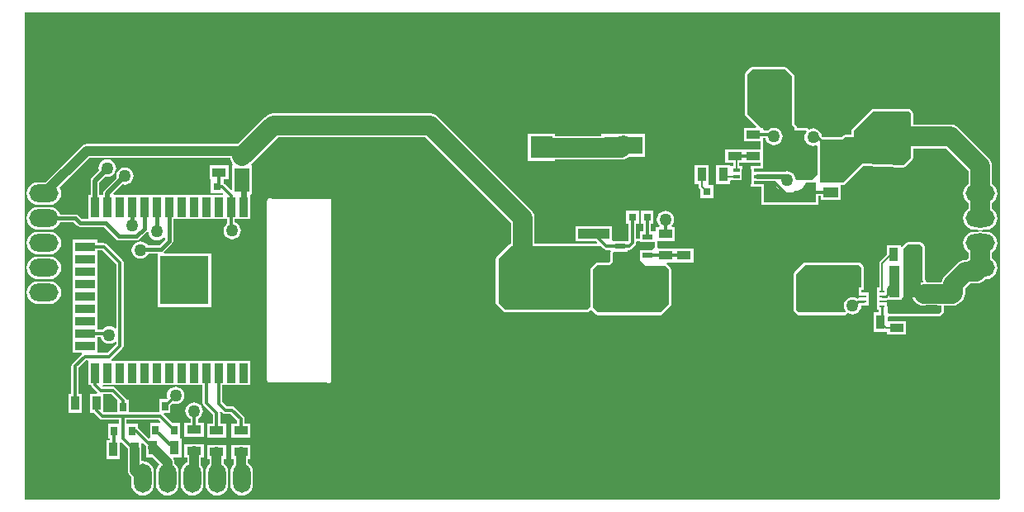
<source format=gtl>
G04*
G04 #@! TF.GenerationSoftware,Altium Limited,Altium Designer,18.0.9 (584)*
G04*
G04 Layer_Physical_Order=1*
G04 Layer_Color=255*
%FSLAX25Y25*%
%MOIN*%
G70*
G01*
G75*
%ADD11C,0.00984*%
%ADD12C,0.00787*%
%ADD16C,0.01000*%
%ADD43R,0.05906X0.04134*%
%ADD44R,0.05906X0.09449*%
%ADD45R,0.05709X0.03543*%
%ADD46R,0.03150X0.03150*%
%ADD47R,0.03937X0.02362*%
%ADD48R,0.12598X0.03937*%
%ADD49R,0.07480X0.16535*%
%ADD50R,0.03150X0.03150*%
%ADD51R,0.05118X0.03543*%
%ADD52R,0.09055X0.09055*%
%ADD53R,0.03543X0.05709*%
%ADD54R,0.02559X0.03740*%
%ADD55R,0.16535X0.07480*%
%ADD56R,0.20866X0.03543*%
%ADD57R,0.03937X0.06299*%
%ADD58R,0.02756X0.01181*%
%ADD59R,0.03937X0.12598*%
%ADD60R,0.03543X0.06299*%
%ADD61R,0.01968X0.01102*%
%ADD62R,0.19685X0.19685*%
%ADD63R,0.07874X0.03543*%
%ADD64R,0.03543X0.07874*%
%ADD65C,0.01378*%
%ADD66C,0.01968*%
%ADD67C,0.07874*%
%ADD68C,0.03937*%
%ADD69C,0.01575*%
%ADD70C,0.02362*%
%ADD71C,0.17717*%
%ADD72R,0.15748X0.07087*%
%ADD73R,0.07087X0.15748*%
%ADD74O,0.07087X0.11811*%
%ADD75O,0.11811X0.07087*%
%ADD76C,0.05000*%
%ADD77C,0.01968*%
G36*
X393701Y394D02*
X393307Y0D01*
X0D01*
Y196850D01*
X393701D01*
Y394D01*
D02*
G37*
%LPC*%
G36*
X241732Y147875D02*
X240499Y147713D01*
X240355Y147653D01*
X232858D01*
Y146875D01*
X214189D01*
Y147850D01*
X203134D01*
Y136795D01*
X214189D01*
Y137345D01*
X240945D01*
X242178Y137507D01*
X243327Y137984D01*
X244088Y138567D01*
X250606D01*
Y147653D01*
X243109D01*
X242966Y147713D01*
X241732Y147875D01*
D02*
G37*
G36*
X276197Y135153D02*
X270654D01*
Y127445D01*
X272221D01*
Y126437D01*
X272221Y126437D01*
X272313Y125976D01*
X272574Y125585D01*
X272901Y125258D01*
Y121812D01*
X278050D01*
Y126961D01*
X276236D01*
X276197Y127445D01*
X276197D01*
Y135153D01*
D02*
G37*
G36*
X10236Y108204D02*
X5512D01*
X4326Y108048D01*
X3221Y107591D01*
X2272Y106862D01*
X1543Y105913D01*
X1085Y104808D01*
X929Y103622D01*
X1085Y102436D01*
X1543Y101331D01*
X2272Y100382D01*
X3221Y99654D01*
X4326Y99196D01*
X5512Y99040D01*
X10236D01*
X11422Y99196D01*
X12528Y99654D01*
X13477Y100382D01*
X14205Y101331D01*
X14663Y102436D01*
X14819Y103622D01*
X14663Y104808D01*
X14205Y105913D01*
X13477Y106862D01*
X12528Y107591D01*
X11422Y108048D01*
X10236Y108204D01*
D02*
G37*
G36*
Y98204D02*
X5512D01*
X4326Y98048D01*
X3221Y97591D01*
X2272Y96862D01*
X1543Y95913D01*
X1085Y94808D01*
X929Y93622D01*
X1085Y92436D01*
X1543Y91331D01*
X2272Y90382D01*
X3221Y89653D01*
X4326Y89196D01*
X5512Y89039D01*
X10236D01*
X11422Y89196D01*
X12528Y89653D01*
X13477Y90382D01*
X14205Y91331D01*
X14663Y92436D01*
X14819Y93622D01*
X14663Y94808D01*
X14205Y95913D01*
X13477Y96862D01*
X12528Y97591D01*
X11422Y98048D01*
X10236Y98204D01*
D02*
G37*
G36*
X307087Y174642D02*
X293701D01*
X293311Y174564D01*
X292980Y174343D01*
X291011Y172374D01*
X290790Y172044D01*
X290713Y171653D01*
Y155905D01*
X290790Y155515D01*
X291011Y155185D01*
X295498Y150698D01*
X295307Y150236D01*
X290431D01*
Y144692D01*
X297012D01*
Y141574D01*
X282921D01*
Y136031D01*
X286197D01*
Y134661D01*
X285024D01*
X284858Y135093D01*
Y135153D01*
X279315D01*
Y127445D01*
X284858D01*
Y128490D01*
X285024Y128921D01*
X289779D01*
Y131480D01*
Y134661D01*
X288606D01*
Y136031D01*
X297012D01*
Y134661D01*
X293291D01*
Y131480D01*
Y128921D01*
Y126362D01*
X297521D01*
Y120194D01*
X297540Y120095D01*
Y119194D01*
X298442D01*
X298540Y119174D01*
X319407D01*
X319505Y119194D01*
X320407D01*
Y120095D01*
X320426Y120194D01*
Y122613D01*
X321474D01*
Y121051D01*
X329380D01*
Y127130D01*
X330512D01*
X330902Y127208D01*
X331233Y127429D01*
X338405Y134600D01*
X354898Y134217D01*
X354909Y134219D01*
X354921Y134217D01*
X355105Y134253D01*
X355289Y134285D01*
X355300Y134292D01*
X355311Y134294D01*
X355467Y134398D01*
X355625Y134499D01*
X355632Y134509D01*
X355642Y134515D01*
X358398Y137271D01*
X358619Y137602D01*
X358697Y137992D01*
Y141888D01*
X371845D01*
X381062Y132672D01*
Y127505D01*
X380224Y126862D01*
X379496Y125913D01*
X379038Y124808D01*
X378882Y123622D01*
X379038Y122436D01*
X379496Y121331D01*
X380224Y120382D01*
X381062Y119739D01*
Y117505D01*
X380224Y116862D01*
X379496Y115913D01*
X379038Y114808D01*
X378882Y113622D01*
X379038Y112436D01*
X379496Y111331D01*
X380224Y110382D01*
X381173Y109653D01*
X382278Y109196D01*
X383465Y109040D01*
X384544D01*
X384593Y109019D01*
X385471Y108904D01*
X385695Y108874D01*
Y108370D01*
X385471Y108340D01*
X384593Y108225D01*
X384544Y108204D01*
X383465D01*
X382278Y108048D01*
X381173Y107591D01*
X380224Y106862D01*
X379496Y105913D01*
X379038Y104808D01*
X378882Y103622D01*
X379038Y102436D01*
X379496Y101331D01*
X380224Y100382D01*
X381062Y99739D01*
Y97505D01*
X380231Y96868D01*
X379952D01*
X378719Y96705D01*
X377569Y96229D01*
X376582Y95472D01*
X371615Y90504D01*
X370858Y89517D01*
X370381Y88368D01*
X370311Y87836D01*
X364265D01*
X364109Y87957D01*
X363878Y88323D01*
X363871Y88356D01*
X363876Y88389D01*
X363833Y88550D01*
X363800Y88713D01*
X363782Y88741D01*
X363773Y88774D01*
X363672Y88906D01*
X363579Y89044D01*
X363421Y89202D01*
Y102165D01*
X363344Y102556D01*
X363123Y102886D01*
X362335Y103674D01*
X362004Y103895D01*
X361614Y103972D01*
X356496D01*
X356106Y103895D01*
X355775Y103674D01*
X354256Y102155D01*
X354027Y102190D01*
X353756Y102334D01*
Y102870D01*
X348213D01*
Y99128D01*
X345408Y96324D01*
X345147Y95933D01*
X345056Y95473D01*
X345056Y95472D01*
Y85606D01*
X344276D01*
Y80555D01*
X344272Y80536D01*
Y79701D01*
X344276Y79681D01*
Y76599D01*
X344947D01*
Y75583D01*
X342793D01*
Y67875D01*
X348137D01*
Y66687D01*
X355846D01*
Y72230D01*
X348336D01*
Y73696D01*
X348836Y74016D01*
X349016Y73980D01*
X369094D01*
X369485Y74058D01*
X369815Y74279D01*
X370997Y75460D01*
X371218Y75791D01*
X371295Y76181D01*
Y78306D01*
X374591D01*
X375824Y78468D01*
X376973Y78944D01*
X377960Y79701D01*
X378354Y80095D01*
X379111Y81082D01*
X379587Y82231D01*
X379749Y83465D01*
Y85161D01*
X381926Y87337D01*
X384307D01*
X385540Y87499D01*
X386690Y87976D01*
X387677Y88733D01*
X387983Y89039D01*
X388189D01*
X389375Y89196D01*
X390480Y89653D01*
X391429Y90382D01*
X392158Y91331D01*
X392615Y92436D01*
X392772Y93622D01*
X392615Y94808D01*
X392158Y95913D01*
X391429Y96862D01*
X390592Y97505D01*
Y99739D01*
X391429Y100382D01*
X392158Y101331D01*
X392615Y102436D01*
X392772Y103622D01*
X392615Y104808D01*
X392158Y105913D01*
X391429Y106862D01*
X390480Y107591D01*
X389375Y108048D01*
X388189Y108204D01*
X387109D01*
X387060Y108225D01*
X386183Y108340D01*
X385959Y108370D01*
Y108874D01*
X386183Y108904D01*
X387060Y109019D01*
X387109Y109040D01*
X388189D01*
X389375Y109196D01*
X390480Y109653D01*
X391429Y110382D01*
X392158Y111331D01*
X392615Y112436D01*
X392772Y113622D01*
X392615Y114808D01*
X392158Y115913D01*
X391429Y116862D01*
X390592Y117505D01*
Y119739D01*
X391429Y120382D01*
X392158Y121331D01*
X392615Y122436D01*
X392772Y123622D01*
X392615Y124808D01*
X392158Y125913D01*
X391429Y126862D01*
X390592Y127505D01*
Y134646D01*
X390430Y135879D01*
X389953Y137028D01*
X389196Y138015D01*
X377188Y150023D01*
X376202Y150780D01*
X375052Y151256D01*
X373819Y151419D01*
X358697D01*
Y156102D01*
X358619Y156492D01*
X358398Y156823D01*
X357611Y157611D01*
X357280Y157832D01*
X356890Y157909D01*
X342717D01*
X342326Y157832D01*
X341996Y157611D01*
X334122Y149737D01*
X333901Y149406D01*
X333823Y149016D01*
Y147279D01*
X331299D01*
X330909Y147202D01*
X330578Y146981D01*
X330089Y146492D01*
X322206D01*
X321855Y146843D01*
X321795Y147297D01*
X321443Y148149D01*
X320882Y148880D01*
X320150Y149441D01*
X319299Y149794D01*
X318385Y149914D01*
X317472Y149794D01*
X316620Y149441D01*
X316325Y149840D01*
X316263Y149934D01*
X316254Y149939D01*
X316248Y149948D01*
X316089Y150050D01*
X315932Y150155D01*
X315921Y150157D01*
X315913Y150162D01*
X315727Y150195D01*
X315542Y150232D01*
X311882D01*
X311793Y150250D01*
X311755D01*
Y150288D01*
X311678Y150678D01*
X311457Y151009D01*
X310862Y151603D01*
Y170866D01*
X310785Y171256D01*
X310563Y171587D01*
X310252Y171899D01*
Y172109D01*
X310041D01*
X307808Y174343D01*
X307477Y174564D01*
X307087Y174642D01*
D02*
G37*
G36*
X10236Y88204D02*
X5512D01*
X4326Y88048D01*
X3221Y87591D01*
X2272Y86862D01*
X1543Y85913D01*
X1085Y84808D01*
X929Y83622D01*
X1085Y82436D01*
X1543Y81331D01*
X2272Y80382D01*
X3221Y79654D01*
X4326Y79196D01*
X5512Y79040D01*
X10236D01*
X11422Y79196D01*
X12528Y79654D01*
X13477Y80382D01*
X14205Y81331D01*
X14663Y82436D01*
X14819Y83622D01*
X14663Y84808D01*
X14205Y85913D01*
X13477Y86862D01*
X12528Y87591D01*
X11422Y88048D01*
X10236Y88204D01*
D02*
G37*
G36*
X336614Y95902D02*
X315354D01*
X314964Y95824D01*
X314633Y95603D01*
X310696Y91666D01*
X310475Y91335D01*
X310398Y90945D01*
Y76772D01*
X310475Y76381D01*
X310696Y76051D01*
X311877Y74870D01*
X312208Y74649D01*
X312598Y74571D01*
X331102D01*
X331492Y74649D01*
X331823Y74870D01*
X332306Y75352D01*
X332387Y75366D01*
X332487Y75289D01*
X333338Y74936D01*
X334252Y74816D01*
X335166Y74936D01*
X336017Y75289D01*
X336748Y75850D01*
X337309Y76581D01*
X337662Y77433D01*
X337782Y78346D01*
X337976Y78567D01*
X340764D01*
Y81650D01*
X340768Y81669D01*
Y82504D01*
X340764Y82523D01*
Y83638D01*
X337815D01*
Y84591D01*
X338186Y84664D01*
X338516Y84885D01*
X338737Y85216D01*
X338815Y85606D01*
Y93701D01*
X338737Y94091D01*
X338516Y94422D01*
X337335Y95603D01*
X337004Y95824D01*
X336614Y95902D01*
D02*
G37*
G36*
X163779Y155946D02*
X100394D01*
X99160Y155784D01*
X98011Y155308D01*
X97024Y154551D01*
X86051Y143578D01*
X85509Y143649D01*
X25122D01*
X24402Y143554D01*
X23732Y143277D01*
X23156Y142835D01*
X8525Y128205D01*
X5512D01*
X4326Y128048D01*
X3221Y127591D01*
X2272Y126862D01*
X1543Y125913D01*
X1085Y124808D01*
X929Y123622D01*
X1085Y122436D01*
X1543Y121331D01*
X2272Y120382D01*
X3221Y119653D01*
X4326Y119196D01*
X5512Y119040D01*
X10236D01*
X11422Y119196D01*
X12528Y119653D01*
X13477Y120382D01*
X14205Y121331D01*
X14663Y122436D01*
X14819Y123622D01*
X14663Y124808D01*
X14205Y125913D01*
X14158Y125975D01*
X26273Y138090D01*
X83095D01*
X83192Y137349D01*
X83669Y136200D01*
X83842Y135973D01*
Y135516D01*
X83928D01*
X84085Y135307D01*
X83842Y134807D01*
X83842D01*
Y125239D01*
X83381Y125047D01*
X80986Y127442D01*
X80497Y127769D01*
X80331Y127802D01*
Y128953D01*
X80331D01*
X80370Y129436D01*
X82375D01*
Y134980D01*
X74666D01*
Y129436D01*
X75142D01*
X75181Y128953D01*
X75181D01*
Y123803D01*
X80160D01*
X80310Y123618D01*
X80071Y123118D01*
X36169D01*
X35977Y123580D01*
X39689Y127292D01*
X40551Y127179D01*
X41465Y127299D01*
X42316Y127651D01*
X43047Y128212D01*
X43608Y128944D01*
X43961Y129795D01*
X44081Y130709D01*
X43961Y131622D01*
X43608Y132474D01*
X43047Y133205D01*
X42316Y133766D01*
X41465Y134119D01*
X40551Y134239D01*
X39638Y134119D01*
X38786Y133766D01*
X38055Y133205D01*
X37494Y132474D01*
X37141Y131622D01*
X37021Y130709D01*
X37135Y129847D01*
X32187Y124899D01*
X31796Y124313D01*
X31658Y123622D01*
Y123118D01*
X30271D01*
Y128110D01*
X32602Y130442D01*
X33465Y130328D01*
X34378Y130448D01*
X35230Y130801D01*
X35961Y131362D01*
X36522Y132093D01*
X36874Y132945D01*
X36995Y133858D01*
X36874Y134772D01*
X36522Y135623D01*
X35961Y136354D01*
X35230Y136916D01*
X34378Y137268D01*
X33465Y137389D01*
X32551Y137268D01*
X31699Y136916D01*
X30968Y136354D01*
X30407Y135623D01*
X30055Y134772D01*
X29934Y133858D01*
X30048Y132996D01*
X27187Y130136D01*
X26796Y129550D01*
X26658Y128858D01*
Y123118D01*
X25693D01*
Y113417D01*
X23106D01*
X21765Y114757D01*
X21244Y115105D01*
X20630Y115228D01*
X20630Y115228D01*
X14489D01*
X14205Y115913D01*
X13477Y116862D01*
X12528Y117591D01*
X11422Y118048D01*
X10236Y118204D01*
X5512D01*
X4326Y118048D01*
X3221Y117591D01*
X2272Y116862D01*
X1543Y115913D01*
X1085Y114808D01*
X929Y113622D01*
X1085Y112436D01*
X1543Y111331D01*
X2272Y110382D01*
X3221Y109653D01*
X4326Y109196D01*
X5512Y109040D01*
X10236D01*
X11422Y109196D01*
X12528Y109653D01*
X13477Y110382D01*
X14205Y111331D01*
X14489Y112016D01*
X19965D01*
X21305Y110676D01*
X21306Y110676D01*
X21826Y110328D01*
X22441Y110205D01*
X32012D01*
X37054Y105164D01*
X37054Y105164D01*
X37574Y104816D01*
X38189Y104694D01*
X38189Y104694D01*
X45197D01*
X45197Y104694D01*
X45812Y104816D01*
X46332Y105164D01*
X49520Y108351D01*
X49810Y108302D01*
X50026Y108169D01*
X50133Y107354D01*
X50486Y106503D01*
X51047Y105772D01*
X51778Y105210D01*
X52630Y104858D01*
X53543Y104737D01*
X54457Y104858D01*
X55308Y105210D01*
X56040Y105772D01*
X56359Y106188D01*
X56859Y106018D01*
Y105193D01*
X54453Y102787D01*
X49728D01*
X49347Y103284D01*
X48616Y103845D01*
X47764Y104197D01*
X46850Y104318D01*
X45937Y104197D01*
X45085Y103845D01*
X44354Y103284D01*
X43793Y102552D01*
X43440Y101701D01*
X43320Y100787D01*
X43440Y99874D01*
X43793Y99022D01*
X44354Y98291D01*
X45085Y97730D01*
X45937Y97378D01*
X46850Y97257D01*
X47764Y97378D01*
X48616Y97730D01*
X49347Y98291D01*
X49908Y99022D01*
X50137Y99576D01*
X53218D01*
X53685Y99496D01*
X53685Y99075D01*
Y77811D01*
X75370D01*
Y99496D01*
X56331D01*
X56179Y99996D01*
X56253Y100046D01*
X59600Y103392D01*
X59948Y103913D01*
X60070Y104528D01*
X60070Y104528D01*
Y113244D01*
X81959D01*
Y111616D01*
X81362Y111158D01*
X80801Y110426D01*
X80448Y109575D01*
X80328Y108661D01*
X80448Y107748D01*
X80801Y106896D01*
X81362Y106165D01*
X82093Y105604D01*
X82945Y105252D01*
X83858Y105131D01*
X84772Y105252D01*
X85623Y105604D01*
X86355Y106165D01*
X86915Y106896D01*
X87268Y107748D01*
X87388Y108661D01*
X87268Y109575D01*
X86915Y110426D01*
X86355Y111158D01*
X85623Y111719D01*
X84970Y111989D01*
Y113244D01*
X91236D01*
Y123118D01*
X91637Y123358D01*
X91748D01*
Y134807D01*
X91745D01*
X91509Y135307D01*
X91681Y135516D01*
X91748D01*
Y135796D01*
X102367Y146416D01*
X161806D01*
X196416Y111806D01*
Y103374D01*
X196066Y103304D01*
X195736Y103083D01*
X190618Y97965D01*
X190397Y97634D01*
X190319Y97244D01*
Y79528D01*
X190397Y79137D01*
X190618Y78807D01*
X193374Y76051D01*
X193704Y75830D01*
X194095Y75752D01*
X227165D01*
X227555Y75830D01*
X227886Y76051D01*
X228686Y76850D01*
X228807Y76838D01*
X230775Y74870D01*
X231106Y74649D01*
X231496Y74571D01*
X256693D01*
X257083Y74649D01*
X257414Y74870D01*
X260957Y78413D01*
X261178Y78744D01*
X261256Y79134D01*
Y88944D01*
X261178Y89334D01*
X261043Y89536D01*
Y93126D01*
X260966Y93516D01*
X260745Y93847D01*
X259382Y95209D01*
X259083Y95409D01*
X259078Y95446D01*
X259353Y95909D01*
X270147D01*
Y101452D01*
X255744D01*
X255347Y101952D01*
X255350Y101969D01*
Y103921D01*
X255321Y104070D01*
X255655Y104570D01*
X262637D01*
Y110114D01*
X261401D01*
X261240Y110587D01*
X261279Y110617D01*
X261840Y111348D01*
X262193Y112200D01*
X262313Y113114D01*
X262193Y114027D01*
X261840Y114879D01*
X261279Y115610D01*
X260548Y116171D01*
X259697Y116524D01*
X258783Y116644D01*
X257869Y116524D01*
X257018Y116171D01*
X256287Y115610D01*
X255726Y114879D01*
X255373Y114027D01*
X255253Y113114D01*
X255373Y112200D01*
X255726Y111348D01*
X256287Y110617D01*
X256326Y110587D01*
X256165Y110114D01*
X254929D01*
Y108323D01*
X254445Y108283D01*
Y108283D01*
X252883D01*
Y111517D01*
X253953D01*
Y116666D01*
X248803D01*
Y111517D01*
X249873D01*
Y108283D01*
X248508D01*
Y105350D01*
X247244D01*
X246978Y105569D01*
Y111517D01*
X248047D01*
Y116666D01*
X242898D01*
Y111517D01*
X243967D01*
Y104899D01*
X243618Y104543D01*
X238114D01*
X237681Y104543D01*
X237197Y104583D01*
X237197Y104920D01*
Y110357D01*
X222599D01*
Y104420D01*
X230738D01*
X231314Y103844D01*
X231122Y103382D01*
X205946D01*
Y113779D01*
X205784Y115013D01*
X205308Y116162D01*
X204551Y117149D01*
X167149Y154551D01*
X166162Y155308D01*
X165013Y155784D01*
X163779Y155946D01*
D02*
G37*
G36*
X99213Y121886D02*
X98822Y121808D01*
X98492Y121587D01*
X98324Y121337D01*
X98216Y121264D01*
X97995Y120933D01*
X97917Y120543D01*
Y48496D01*
X97995Y48106D01*
X98216Y47775D01*
X98547Y47554D01*
X98788Y47506D01*
X98822Y47483D01*
X99213Y47406D01*
X122019D01*
X122114Y47311D01*
X122444Y47089D01*
X122835Y47012D01*
X123225Y47089D01*
X123556Y47311D01*
X123777Y47641D01*
X123854Y48031D01*
Y48045D01*
X123895Y48106D01*
X123972Y48496D01*
Y120543D01*
X123895Y120933D01*
X123674Y121264D01*
X123343Y121485D01*
X122953Y121563D01*
X99958D01*
X99934Y121587D01*
X99603Y121808D01*
X99213Y121886D01*
D02*
G37*
G36*
X68504Y39357D02*
X67590Y39237D01*
X66739Y38884D01*
X66008Y38323D01*
X65447Y37592D01*
X65094Y36740D01*
X64974Y35827D01*
X65094Y34913D01*
X65447Y34062D01*
X66008Y33331D01*
X66739Y32770D01*
X66999Y32662D01*
Y31118D01*
X64650D01*
Y25575D01*
X72358D01*
Y31118D01*
X70009D01*
Y32662D01*
X70269Y32770D01*
X71000Y33331D01*
X71561Y34062D01*
X71914Y34913D01*
X72034Y35827D01*
X71914Y36740D01*
X71561Y37592D01*
X71000Y38323D01*
X70269Y38884D01*
X69418Y39237D01*
X68504Y39357D01*
D02*
G37*
G36*
X29402Y104953D02*
X19528D01*
Y99410D01*
Y94410D01*
Y89410D01*
Y84409D01*
Y79409D01*
Y74410D01*
Y69410D01*
Y64410D01*
Y59409D01*
X23150D01*
X23306Y59033D01*
X23316Y58909D01*
X19408Y55001D01*
X19082Y54513D01*
X18967Y53937D01*
Y42831D01*
X17701D01*
Y35122D01*
X23244D01*
Y42831D01*
X21978D01*
Y53313D01*
X25033Y56369D01*
X25297D01*
X25693Y56118D01*
X25693Y55869D01*
Y46244D01*
X26978D01*
X27074Y45763D01*
X27400Y45274D01*
X29344Y43331D01*
X29136Y42831D01*
X26362D01*
Y35122D01*
X28104D01*
X30432Y32794D01*
X30920Y32468D01*
X31496Y32353D01*
X38258D01*
Y30617D01*
X33744D01*
Y24877D01*
X34518D01*
Y24219D01*
X33055D01*
Y16510D01*
X38598D01*
Y23133D01*
X39098Y23340D01*
X41717Y20722D01*
Y20425D01*
X41708Y20364D01*
Y11890D01*
X41803Y11170D01*
X42081Y10500D01*
X42523Y9924D01*
X43134Y9313D01*
Y6299D01*
X43290Y5113D01*
X43748Y4008D01*
X44476Y3059D01*
X45425Y2331D01*
X46531Y1873D01*
X47717Y1717D01*
X48903Y1873D01*
X50008Y2331D01*
X50957Y3059D01*
X51685Y4008D01*
X52143Y5113D01*
X52299Y6299D01*
Y11024D01*
X52143Y12210D01*
X51685Y13315D01*
X50957Y14264D01*
X50008Y14992D01*
X48903Y15450D01*
X47717Y15606D01*
X47644Y15597D01*
X47268Y15926D01*
Y20364D01*
X47260Y20425D01*
Y22859D01*
X47722Y23050D01*
X49197Y21575D01*
Y20993D01*
X49189Y20932D01*
X49197Y20871D01*
Y17078D01*
X51892D01*
X54490Y14479D01*
X54476Y14264D01*
X53748Y13315D01*
X53290Y12210D01*
X53134Y11024D01*
Y6299D01*
X53290Y5113D01*
X53748Y4008D01*
X54476Y3059D01*
X55425Y2331D01*
X56530Y1873D01*
X57717Y1717D01*
X58903Y1873D01*
X60008Y2331D01*
X60957Y3059D01*
X61685Y4008D01*
X62143Y5113D01*
X62299Y6299D01*
Y11024D01*
X62143Y12210D01*
X61685Y13315D01*
X60957Y14264D01*
X60496Y14617D01*
Y15184D01*
X60401Y15903D01*
X60124Y16574D01*
X60081Y16629D01*
X60302Y17078D01*
X63402D01*
Y24786D01*
X62752D01*
X62713Y25270D01*
X62713D01*
Y31010D01*
X59692D01*
X56248Y34454D01*
X56440Y34916D01*
X58973D01*
Y37936D01*
X59857Y38821D01*
X60110Y38716D01*
X61024Y38596D01*
X61937Y38716D01*
X62789Y39069D01*
X63520Y39630D01*
X64081Y40361D01*
X64433Y41212D01*
X64554Y42126D01*
X64433Y43040D01*
X64081Y43891D01*
X63520Y44622D01*
X62789Y45183D01*
X61937Y45536D01*
X61024Y45656D01*
X60110Y45536D01*
X59259Y45183D01*
X58527Y44622D01*
X57966Y43891D01*
X57614Y43040D01*
X57493Y42126D01*
X57614Y41212D01*
X57679Y41054D01*
X57361Y40656D01*
X54413D01*
Y35364D01*
X42043D01*
Y40262D01*
X41248D01*
X41154Y40734D01*
X40828Y41222D01*
X36891Y45159D01*
X36403Y45485D01*
X35827Y45600D01*
X31615D01*
X31511Y45744D01*
X31765Y46244D01*
X71959D01*
Y39134D01*
X72074Y38558D01*
X72400Y38069D01*
X76054Y34416D01*
Y30724D01*
X73705D01*
Y25181D01*
X81413D01*
Y30724D01*
X79064D01*
Y35039D01*
X78969Y35518D01*
X79263Y35758D01*
X79382Y35813D01*
X80038Y35156D01*
X80526Y34830D01*
X81102Y34715D01*
X83235D01*
X85896Y32054D01*
Y30724D01*
X83547D01*
Y25181D01*
X91256D01*
Y30724D01*
X88907D01*
Y32677D01*
X88792Y33253D01*
X88466Y33742D01*
X84923Y37285D01*
X84434Y37611D01*
X83858Y37726D01*
X81726D01*
X79970Y39482D01*
Y46244D01*
X91236D01*
Y56118D01*
X35181D01*
X35030Y56618D01*
X35316Y56810D01*
X39647Y61140D01*
X39973Y61629D01*
X40088Y62205D01*
Y95669D01*
X39973Y96245D01*
X39647Y96734D01*
X33135Y103245D01*
X32647Y103572D01*
X32071Y103686D01*
X29402D01*
Y104953D01*
D02*
G37*
G36*
X87402Y22071D02*
X87341Y22063D01*
X83547D01*
Y16520D01*
X84622D01*
Y14376D01*
X84476Y14264D01*
X83748Y13315D01*
X83290Y12210D01*
X83134Y11024D01*
Y6299D01*
X83290Y5113D01*
X83748Y4008D01*
X84476Y3059D01*
X85425Y2331D01*
X86531Y1873D01*
X87717Y1717D01*
X88903Y1873D01*
X90008Y2331D01*
X90957Y3059D01*
X91685Y4008D01*
X92143Y5113D01*
X92299Y6299D01*
Y11024D01*
X92143Y12210D01*
X91685Y13315D01*
X90957Y14264D01*
X90181Y14859D01*
Y16520D01*
X91256D01*
Y22063D01*
X87463D01*
X87402Y22071D01*
D02*
G37*
G36*
X77559D02*
X77498Y22063D01*
X73705D01*
Y16520D01*
X74779D01*
Y14497D01*
X74476Y14264D01*
X73748Y13315D01*
X73290Y12210D01*
X73134Y11024D01*
Y6299D01*
X73290Y5113D01*
X73748Y4008D01*
X74476Y3059D01*
X75425Y2331D01*
X76530Y1873D01*
X77716Y1717D01*
X78903Y1873D01*
X80008Y2331D01*
X80957Y3059D01*
X81685Y4008D01*
X82143Y5113D01*
X82299Y6299D01*
Y11024D01*
X82143Y12210D01*
X81685Y13315D01*
X80957Y14264D01*
X80339Y14738D01*
Y16520D01*
X81413D01*
Y22063D01*
X77620D01*
X77559Y22071D01*
D02*
G37*
G36*
X68504Y22465D02*
X68443Y22457D01*
X64650D01*
Y16913D01*
X65724D01*
Y15116D01*
X65425Y14992D01*
X64476Y14264D01*
X63748Y13315D01*
X63290Y12210D01*
X63134Y11024D01*
Y6299D01*
X63290Y5113D01*
X63748Y4008D01*
X64476Y3059D01*
X65425Y2331D01*
X66531Y1873D01*
X67716Y1717D01*
X68903Y1873D01*
X70008Y2331D01*
X70957Y3059D01*
X71685Y4008D01*
X72143Y5113D01*
X72299Y6299D01*
Y11024D01*
X72143Y12210D01*
X71685Y13315D01*
X71284Y13838D01*
Y16913D01*
X72358D01*
Y22457D01*
X68565D01*
X68504Y22465D01*
D02*
G37*
%LPD*%
G36*
X309842Y170866D02*
Y151181D01*
X310736Y150288D01*
Y149230D01*
X311793D01*
X311811Y149213D01*
X315542D01*
X315761Y148713D01*
X315328Y148149D01*
X314975Y147297D01*
X314855Y146384D01*
X314975Y145470D01*
X315328Y144618D01*
X315889Y143887D01*
X316620Y143326D01*
X317472Y142974D01*
X318385Y142853D01*
X319299Y142974D01*
X319628Y143110D01*
X320043Y142832D01*
Y131461D01*
X317717Y129134D01*
X311404D01*
X311283Y130047D01*
X310931Y130899D01*
X310370Y131630D01*
X309639Y132191D01*
X308787Y132544D01*
X307873Y132664D01*
X306960Y132544D01*
X306416Y132318D01*
X298180D01*
X298031Y132677D01*
Y136031D01*
X298139D01*
Y141574D01*
X298031D01*
Y144692D01*
X298139D01*
Y145959D01*
X299120D01*
X299149Y145740D01*
X299502Y144888D01*
X300063Y144157D01*
X300794Y143596D01*
X301645Y143244D01*
X302559Y143123D01*
X303473Y143244D01*
X304324Y143596D01*
X305055Y144157D01*
X305616Y144888D01*
X305969Y145740D01*
X306089Y146653D01*
X305969Y147567D01*
X305616Y148419D01*
X305055Y149150D01*
X304324Y149711D01*
X303473Y150063D01*
X302559Y150184D01*
X301645Y150063D01*
X300794Y149711D01*
X300063Y149150D01*
X299924Y148969D01*
X298669D01*
X298139Y149498D01*
Y150236D01*
X297402D01*
X291732Y155905D01*
Y171653D01*
X293701Y173622D01*
X307087D01*
X309842Y170866D01*
D02*
G37*
G36*
X357677Y156102D02*
Y137992D01*
X354921Y135236D01*
X337992Y135630D01*
X330512Y128150D01*
X321063D01*
Y143504D01*
Y144685D01*
X321850Y145472D01*
X330512D01*
X331299Y146260D01*
X334842D01*
Y149016D01*
X342717Y156890D01*
X356890D01*
X357677Y156102D01*
D02*
G37*
G36*
X302531Y128069D02*
X302840Y127471D01*
X303622Y126375D01*
X304597Y125447D01*
X305729Y124720D01*
X306979Y124221D01*
X308300Y123966D01*
X309646Y123966D01*
X310967Y124220D01*
X312217Y124720D01*
X313350Y125447D01*
X314324Y126374D01*
X315106Y127470D01*
X315416Y128068D01*
X315416Y128068D01*
X319407D01*
Y120194D01*
X298540D01*
Y128068D01*
X298541Y128069D01*
X302531D01*
X302531Y128069D01*
D02*
G37*
G36*
X362402Y102165D02*
Y88779D01*
X362858Y88323D01*
X362679Y87795D01*
X361759Y87674D01*
X360610Y87198D01*
X359623Y86440D01*
X358865Y85453D01*
X358389Y84304D01*
X358227Y83071D01*
X358389Y81837D01*
X358865Y80688D01*
X359623Y79701D01*
X360610Y78944D01*
X361759Y78468D01*
X362992Y78306D01*
X370276D01*
Y76181D01*
X369094Y75000D01*
X349016D01*
X348622Y75394D01*
Y78150D01*
X348244Y78528D01*
Y79701D01*
X345291D01*
Y80536D01*
X348244D01*
Y80693D01*
X354074D01*
Y81240D01*
X354921Y82087D01*
Y101378D01*
X356496Y102953D01*
X361614D01*
X362402Y102165D01*
D02*
G37*
G36*
X337795Y93701D02*
Y85606D01*
X336795D01*
Y82504D01*
X339748D01*
Y81669D01*
X336795D01*
Y81285D01*
X336516D01*
X336243Y81231D01*
X336017Y81404D01*
X335166Y81756D01*
X334252Y81877D01*
X333338Y81756D01*
X332487Y81404D01*
X331756Y80843D01*
X331195Y80111D01*
X330842Y79260D01*
X330722Y78347D01*
X330842Y77433D01*
X331195Y76581D01*
X331585Y76073D01*
X331102Y75590D01*
X312598D01*
X311417Y76772D01*
Y90945D01*
X315354Y94882D01*
X336614D01*
X337795Y93701D01*
D02*
G37*
G36*
X233860Y101298D02*
X234348Y100971D01*
X234924Y100857D01*
X236568D01*
X236710Y100357D01*
X236681Y100327D01*
X236460Y99997D01*
X236382Y99606D01*
Y96483D01*
X236376Y96479D01*
X235798Y95902D01*
X231496D01*
X231106Y95824D01*
X230775Y95603D01*
X228807Y93634D01*
X228586Y93304D01*
X228508Y92913D01*
Y78114D01*
X227165Y76772D01*
X194095D01*
X191339Y79528D01*
Y97244D01*
X196457Y102362D01*
X232795D01*
X233860Y101298D01*
D02*
G37*
G36*
X248508Y103921D02*
X254331D01*
Y101969D01*
X253165Y100803D01*
X248508D01*
Y96441D01*
X248835D01*
X250787Y94488D01*
X258661D01*
X260024Y93126D01*
Y88944D01*
X260236D01*
Y79134D01*
X256693Y75591D01*
X231496D01*
X229528Y77559D01*
Y92913D01*
X231496Y94882D01*
X236221D01*
X237097Y95758D01*
X237197D01*
Y95859D01*
X237402Y96063D01*
Y99606D01*
X237976Y100181D01*
X243618D01*
Y100705D01*
X243770Y100857D01*
X244094D01*
X244671Y100971D01*
X245159Y101298D01*
X246537Y102676D01*
X246863Y103164D01*
X246978Y103740D01*
Y104064D01*
X247244Y104331D01*
X248508D01*
Y103921D01*
D02*
G37*
G36*
X37077Y95046D02*
Y69385D01*
X36577Y69163D01*
X36017Y69593D01*
X35166Y69945D01*
X34252Y70066D01*
X33338Y69945D01*
X32487Y69593D01*
X31756Y69032D01*
X31491Y68686D01*
X29402D01*
Y74410D01*
Y79409D01*
Y84409D01*
Y89410D01*
Y94410D01*
Y99410D01*
Y100676D01*
X31447D01*
X37077Y95046D01*
D02*
G37*
G36*
X30842Y65622D02*
X31195Y64770D01*
X31756Y64039D01*
X32487Y63478D01*
X33338Y63125D01*
X34252Y63005D01*
X35166Y63125D01*
X36017Y63478D01*
X36577Y63908D01*
X37077Y63686D01*
Y62828D01*
X33628Y59379D01*
X29889D01*
X29402Y59409D01*
Y64410D01*
Y65676D01*
X30835D01*
X30842Y65622D01*
D02*
G37*
G36*
X37179Y40613D02*
X37484Y40262D01*
X37484D01*
X37484Y40262D01*
Y35364D01*
X32120D01*
X31905Y35578D01*
Y42589D01*
X35203D01*
X37179Y40613D01*
D02*
G37*
G36*
X54934Y31510D02*
X54727Y31010D01*
X50673D01*
Y25270D01*
X50673D01*
X50652Y25006D01*
X50141Y24889D01*
X46218Y28811D01*
X45783Y29102D01*
Y30617D01*
X41269D01*
Y32353D01*
X54091D01*
X54934Y31510D01*
D02*
G37*
D11*
X334252Y78347D02*
X334882D01*
X333858D02*
X334252D01*
X338642Y79980D02*
X338779Y80118D01*
X336516Y79980D02*
X338642D01*
X334882Y78347D02*
X336516Y79980D01*
D12*
X273425Y126437D02*
X275475Y124386D01*
X301657Y121966D02*
X308973D01*
X286775Y138803D02*
X287402Y138176D01*
Y133071D02*
Y138176D01*
X273425Y126437D02*
Y131299D01*
X282087D02*
X282874Y130512D01*
X287402D01*
X345565Y71729D02*
X347835Y69459D01*
X351992D01*
X346260Y95473D02*
X349803Y99016D01*
X346260Y84055D02*
Y95473D01*
X349803Y99016D02*
X350984D01*
D16*
X348532Y82971D02*
Y85418D01*
X347777Y82217D02*
X348532Y82971D01*
X346260Y82217D02*
X347777D01*
X348532Y85418D02*
X351106Y87992D01*
X346260Y82087D02*
Y82217D01*
X345565Y71729D02*
X346260Y72424D01*
Y78150D01*
D43*
X87795Y138583D02*
D03*
X325427Y124118D02*
D03*
D44*
X87795Y129083D02*
D03*
X325427Y133618D02*
D03*
D45*
X78520Y132208D02*
D03*
Y140869D02*
D03*
X258783Y98681D02*
D03*
Y107342D02*
D03*
X266293D02*
D03*
Y98681D02*
D03*
X68504Y19685D02*
D03*
Y28346D02*
D03*
X77559Y19291D02*
D03*
Y27953D02*
D03*
X87402Y19291D02*
D03*
Y27953D02*
D03*
X294285Y138803D02*
D03*
Y147464D02*
D03*
X286775D02*
D03*
Y138803D02*
D03*
X351992Y69459D02*
D03*
Y78120D02*
D03*
D46*
X71850Y126378D02*
D03*
X77756D02*
D03*
X262598Y91519D02*
D03*
X256693D02*
D03*
X245472Y114092D02*
D03*
X251378D02*
D03*
X281381Y124386D02*
D03*
X275475D02*
D03*
D47*
X240650Y106102D02*
D03*
Y102362D02*
D03*
Y98622D02*
D03*
X251476D02*
D03*
Y102362D02*
D03*
Y106102D02*
D03*
D48*
X229898Y107388D02*
D03*
Y98727D02*
D03*
D49*
X197720Y59524D02*
D03*
Y87083D02*
D03*
X351510Y119095D02*
D03*
Y146653D02*
D03*
X235909Y57949D02*
D03*
Y85509D02*
D03*
D50*
X219291Y105709D02*
D03*
Y99803D02*
D03*
X331119Y149032D02*
D03*
Y143127D02*
D03*
X334055Y97638D02*
D03*
Y91732D02*
D03*
X358904Y71335D02*
D03*
Y77241D02*
D03*
X313310Y151805D02*
D03*
Y145900D02*
D03*
D51*
X211991Y99803D02*
D03*
Y107283D02*
D03*
X323819Y142750D02*
D03*
Y150230D02*
D03*
X366778Y84344D02*
D03*
Y91824D02*
D03*
X366205Y77241D02*
D03*
Y69761D02*
D03*
D52*
X208661Y160039D02*
D03*
Y142323D02*
D03*
D53*
X60630Y20932D02*
D03*
X51968D02*
D03*
X35827Y20364D02*
D03*
X44488D02*
D03*
X273425Y131299D02*
D03*
X282087D02*
D03*
X350984Y99016D02*
D03*
X359646D02*
D03*
X29134Y38976D02*
D03*
X20472D02*
D03*
X336903Y71729D02*
D03*
X345565D02*
D03*
D54*
X52953Y28140D02*
D03*
X60433D02*
D03*
X56693Y37786D02*
D03*
X36024Y27747D02*
D03*
X43504D02*
D03*
X39764Y37392D02*
D03*
D55*
X294170Y81102D02*
D03*
X321729D02*
D03*
X273425Y167369D02*
D03*
X300984D02*
D03*
D56*
X308973Y121966D02*
D03*
Y140076D02*
D03*
D57*
X291535Y130512D02*
D03*
D58*
X295669Y133071D02*
D03*
Y130512D02*
D03*
Y127953D02*
D03*
X287402D02*
D03*
Y130512D02*
D03*
Y133071D02*
D03*
D59*
X359767Y87992D02*
D03*
X351106D02*
D03*
D60*
X342520Y81102D02*
D03*
D61*
X346260Y84055D02*
D03*
Y82087D02*
D03*
Y80118D02*
D03*
Y78150D02*
D03*
X338779D02*
D03*
Y80118D02*
D03*
Y82087D02*
D03*
Y84055D02*
D03*
D62*
X64528Y88653D02*
D03*
D63*
X24465Y107181D02*
D03*
Y87181D02*
D03*
Y92181D02*
D03*
Y102181D02*
D03*
Y97181D02*
D03*
Y67181D02*
D03*
Y72181D02*
D03*
Y82181D02*
D03*
Y77181D02*
D03*
Y62181D02*
D03*
D64*
X93465Y51181D02*
D03*
X93583Y118181D02*
D03*
X88465Y51181D02*
D03*
X83465D02*
D03*
X73465D02*
D03*
X78465D02*
D03*
X58465D02*
D03*
X53465D02*
D03*
X63465D02*
D03*
X68465D02*
D03*
X38465D02*
D03*
X33465D02*
D03*
X43465D02*
D03*
X48465D02*
D03*
X28465D02*
D03*
Y118181D02*
D03*
X48465D02*
D03*
X43465D02*
D03*
X33465D02*
D03*
X38465D02*
D03*
X68465D02*
D03*
X63465D02*
D03*
X53465D02*
D03*
X58465D02*
D03*
X78465D02*
D03*
X73465D02*
D03*
X83465D02*
D03*
X88465D02*
D03*
D65*
X318385Y146384D02*
X320185D01*
X295669Y133071D02*
X299633D01*
X302986Y127953D02*
X308973Y121966D01*
X295669Y127953D02*
X302986D01*
X77756Y126378D02*
X78520Y127142D01*
Y132208D01*
X83465Y118181D02*
Y122835D01*
X79921Y126378D02*
X83465Y122835D01*
X77756Y126378D02*
X79921D01*
X83465Y109055D02*
Y118181D01*
Y109055D02*
X83858Y108661D01*
X61024Y42116D02*
Y42126D01*
X56693Y37786D02*
X61024Y42116D01*
X24465Y102181D02*
X32071D01*
X38583Y95669D01*
Y62205D02*
Y95669D01*
X34252Y57874D02*
X38583Y62205D01*
X24409Y57874D02*
X34252D01*
X24465Y67181D02*
X33606D01*
X34252Y66535D01*
X68504Y28346D02*
Y35827D01*
X87402Y27953D02*
Y32677D01*
X78465Y38858D02*
X81102Y36220D01*
X83858D01*
X87402Y32677D01*
X78465Y38858D02*
Y51181D01*
X77559Y27953D02*
Y35039D01*
X73465Y39134D02*
X77559Y35039D01*
X73465Y39134D02*
Y51181D01*
X20472Y53937D02*
X24409Y57874D01*
X20472Y38976D02*
Y53937D01*
X28465Y46339D02*
Y51181D01*
Y46339D02*
X30709Y44094D01*
X35827D01*
X39764Y40158D01*
Y37392D02*
Y40158D01*
X29134Y36220D02*
Y38976D01*
Y36220D02*
X31496Y33858D01*
X39764D01*
X54715D01*
X39764Y24803D02*
Y33858D01*
Y24803D02*
X44203Y20364D01*
X44488D01*
X54715Y33858D02*
X60433Y28140D01*
X35827Y20364D02*
X36024Y20561D01*
Y27747D01*
X45154D02*
X51968Y20932D01*
X43504Y27747D02*
X45154D01*
X60161Y20932D02*
X60630D01*
X52953Y28140D02*
X60161Y20932D01*
X301749Y147464D02*
X302559Y146653D01*
X258783Y107342D02*
Y113114D01*
X251378Y106201D02*
X251476Y106102D01*
X251378Y106201D02*
Y114092D01*
X251476Y98622D02*
X266217D01*
X266293Y98547D01*
X229898Y107388D02*
X234924Y102362D01*
X240650D01*
X245472Y103740D02*
Y114092D01*
X244094Y102362D02*
X245472Y103740D01*
X240650Y102362D02*
X244094D01*
X286775Y138803D02*
X294285D01*
Y147464D02*
X301749D01*
X320185Y146384D02*
X323819Y142750D01*
X308973Y121966D02*
X311126Y124118D01*
X325427D01*
D66*
X28465Y128858D02*
X33465Y133858D01*
X28465Y118181D02*
Y128858D01*
X295669Y130512D02*
X306890D01*
X307873Y129528D01*
Y129134D02*
Y129528D01*
X33465Y123622D02*
X40551Y130709D01*
X33465Y118181D02*
Y123622D01*
D67*
X100394Y151181D02*
X163779D01*
X201181Y113779D01*
Y98425D02*
Y113779D01*
X87795Y138583D02*
X100394Y151181D01*
X362992Y83071D02*
X374591D01*
X374984Y83465D01*
Y87135D01*
X379952Y92102D01*
X384307D01*
X385827Y93622D01*
Y103622D01*
Y123622D02*
Y134646D01*
Y113622D02*
Y123622D01*
X351510Y146653D02*
X373819D01*
X385827Y134646D01*
X208661Y142323D02*
X208874Y142110D01*
X240945D01*
Y142323D01*
X241732Y143110D01*
X249606Y85039D02*
Y90551D01*
D68*
X25122Y140869D02*
X78520D01*
X7874Y123622D02*
X25122Y140869D01*
X78520D02*
X85509D01*
X87795Y138583D01*
X87402Y8976D02*
X87717Y8661D01*
X87402Y8976D02*
Y19291D01*
X77559Y8819D02*
X77716Y8661D01*
X77559Y8819D02*
Y19291D01*
X67716Y8661D02*
X68504Y9449D01*
Y19685D01*
X57717Y8661D02*
Y15184D01*
X51968Y20932D02*
X57717Y15184D01*
X44488Y11890D02*
X47717Y8661D01*
X44488Y11890D02*
Y20364D01*
D69*
X45197Y106299D02*
X48465Y109567D01*
X38189Y106299D02*
X45197D01*
X48465Y109567D02*
Y118181D01*
X32677Y111811D02*
X38189Y106299D01*
X22441Y111811D02*
X32677D01*
X20630Y113622D02*
X22441Y111811D01*
X7874Y113622D02*
X20630D01*
X43465Y110630D02*
Y118181D01*
X58465Y104528D02*
Y118181D01*
X55118Y101181D02*
X58465Y104528D01*
X47244Y101181D02*
X55118D01*
X46850Y100787D02*
X47244Y101181D01*
X53465Y108346D02*
Y118181D01*
Y108346D02*
X53543Y108268D01*
X87795Y129083D02*
X88465Y128413D01*
D70*
Y118181D02*
Y128413D01*
D71*
X377953Y15748D02*
D03*
Y181102D02*
D03*
X15748D02*
D03*
Y15748D02*
D03*
D72*
X241732Y143110D02*
D03*
Y165945D02*
D03*
D73*
X222835Y154921D02*
D03*
D74*
X67716Y8661D02*
D03*
X77716D02*
D03*
X87717D02*
D03*
X57717D02*
D03*
X37716D02*
D03*
X47717D02*
D03*
D75*
X385827Y103622D02*
D03*
Y113622D02*
D03*
Y123622D02*
D03*
Y93622D02*
D03*
Y73622D02*
D03*
Y83622D02*
D03*
X7874Y103622D02*
D03*
Y113622D02*
D03*
Y123622D02*
D03*
Y93622D02*
D03*
Y73622D02*
D03*
Y83622D02*
D03*
D76*
X382283Y165748D02*
D03*
X387205Y155905D02*
D03*
Y57480D02*
D03*
X382283Y47638D02*
D03*
X387205Y37795D02*
D03*
X382283Y27953D02*
D03*
X372441Y165748D02*
D03*
X377362Y155905D02*
D03*
X372441Y126378D02*
D03*
Y106693D02*
D03*
Y67323D02*
D03*
X377362Y57480D02*
D03*
X372441Y47638D02*
D03*
X377362Y37795D02*
D03*
X372441Y27953D02*
D03*
X362598Y185433D02*
D03*
Y165748D02*
D03*
X367520Y155905D02*
D03*
Y136221D02*
D03*
X362598Y126378D02*
D03*
X367520Y116535D02*
D03*
X362598Y106693D02*
D03*
X367520Y96850D02*
D03*
Y57480D02*
D03*
X362598Y47638D02*
D03*
X367520Y37795D02*
D03*
X362598Y8268D02*
D03*
X352756Y185433D02*
D03*
X357677Y175591D02*
D03*
X352756Y165748D02*
D03*
Y106693D02*
D03*
X357677Y57480D02*
D03*
X352756Y47638D02*
D03*
X357677Y37795D02*
D03*
X352756Y8268D02*
D03*
X342913Y185433D02*
D03*
X347835Y175591D02*
D03*
X342913Y165748D02*
D03*
Y126378D02*
D03*
Y106693D02*
D03*
X347835Y57480D02*
D03*
X342913Y47638D02*
D03*
X347835Y37795D02*
D03*
X342913Y8268D02*
D03*
X333071Y185433D02*
D03*
X337992Y175591D02*
D03*
X333071Y165748D02*
D03*
X337992Y57480D02*
D03*
X333071Y47638D02*
D03*
X337992Y37795D02*
D03*
X333071Y8268D02*
D03*
X323228Y185433D02*
D03*
X328150Y175591D02*
D03*
Y116535D02*
D03*
X323228Y106693D02*
D03*
Y67323D02*
D03*
X328150Y57480D02*
D03*
X323228Y47638D02*
D03*
X328150Y37795D02*
D03*
X323228Y8268D02*
D03*
X313386Y185433D02*
D03*
X318307Y175591D02*
D03*
Y155905D02*
D03*
Y116535D02*
D03*
X313386Y67323D02*
D03*
X318307Y57480D02*
D03*
X313386Y47638D02*
D03*
X318307Y37795D02*
D03*
X313386Y8268D02*
D03*
X308465Y116535D02*
D03*
X303543Y67323D02*
D03*
X308465Y57480D02*
D03*
X303543Y47638D02*
D03*
X308465Y37795D02*
D03*
X303543Y8268D02*
D03*
X293701Y106693D02*
D03*
X298622Y96850D02*
D03*
X293701Y67323D02*
D03*
X298622Y57480D02*
D03*
X293701Y47638D02*
D03*
X298622Y37795D02*
D03*
X293701Y27953D02*
D03*
Y8268D02*
D03*
X288779Y116535D02*
D03*
X283858Y106693D02*
D03*
X288779Y96850D02*
D03*
X283858Y67323D02*
D03*
X288779Y57480D02*
D03*
X283858Y47638D02*
D03*
X288779Y37795D02*
D03*
X283858Y27953D02*
D03*
X288779Y18110D02*
D03*
X283858Y8268D02*
D03*
X278937Y155905D02*
D03*
Y116535D02*
D03*
X274016Y106693D02*
D03*
X278937Y96850D02*
D03*
Y77165D02*
D03*
X274016Y67323D02*
D03*
X278937Y57480D02*
D03*
X274016Y47638D02*
D03*
X278937Y37795D02*
D03*
X274016Y27953D02*
D03*
X278937Y18110D02*
D03*
X274016Y8268D02*
D03*
X269094Y155905D02*
D03*
X264173Y126378D02*
D03*
X269094Y116535D02*
D03*
Y77165D02*
D03*
X264173Y67323D02*
D03*
X269094Y57480D02*
D03*
X264173Y47638D02*
D03*
X269094Y37795D02*
D03*
X264173Y27953D02*
D03*
X269094Y18110D02*
D03*
X264173Y8268D02*
D03*
X254331Y165748D02*
D03*
X259252Y155905D02*
D03*
X254331Y126378D02*
D03*
Y67323D02*
D03*
X259252Y57480D02*
D03*
X254331Y47638D02*
D03*
X259252Y37795D02*
D03*
X254331Y27953D02*
D03*
X259252Y18110D02*
D03*
X254331Y8268D02*
D03*
X249410Y155905D02*
D03*
X244488Y126378D02*
D03*
Y67323D02*
D03*
X249410Y57480D02*
D03*
X244488Y47638D02*
D03*
X249410Y37795D02*
D03*
X244488Y27953D02*
D03*
X249410Y18110D02*
D03*
X244488Y8268D02*
D03*
X239567Y155905D02*
D03*
X234646Y126378D02*
D03*
X239567Y37795D02*
D03*
X234646Y27953D02*
D03*
X239567Y18110D02*
D03*
X234646Y8268D02*
D03*
X229724Y155905D02*
D03*
X224803Y126378D02*
D03*
Y67323D02*
D03*
Y47638D02*
D03*
X229724Y37795D02*
D03*
X224803Y27953D02*
D03*
X229724Y18110D02*
D03*
X224803Y8268D02*
D03*
X214961Y126378D02*
D03*
X219882Y116535D02*
D03*
X214961Y67323D02*
D03*
X219882Y57480D02*
D03*
X214961Y47638D02*
D03*
X219882Y37795D02*
D03*
X214961Y27953D02*
D03*
X219882Y18110D02*
D03*
X214961Y8268D02*
D03*
X205118Y126378D02*
D03*
X210039Y116535D02*
D03*
X205118Y67323D02*
D03*
X210039Y57480D02*
D03*
X205118Y47638D02*
D03*
X210039Y37795D02*
D03*
X205118Y27953D02*
D03*
X210039Y18110D02*
D03*
X205118Y8268D02*
D03*
X195276Y165748D02*
D03*
X200197Y155905D02*
D03*
X195276Y146063D02*
D03*
X200197Y136221D02*
D03*
X195276Y47638D02*
D03*
X200197Y37795D02*
D03*
X195276Y27953D02*
D03*
X200197Y18110D02*
D03*
X195276Y8268D02*
D03*
X185433Y165748D02*
D03*
X190354Y155905D02*
D03*
X185433Y146063D02*
D03*
X190354Y136221D02*
D03*
X185433Y106693D02*
D03*
Y87008D02*
D03*
Y67323D02*
D03*
X190354Y57480D02*
D03*
X185433Y47638D02*
D03*
X190354Y37795D02*
D03*
X185433Y27953D02*
D03*
X190354Y18110D02*
D03*
X185433Y8268D02*
D03*
X175591Y165748D02*
D03*
X180512Y155905D02*
D03*
X175591Y126378D02*
D03*
X180512Y116535D02*
D03*
X175591Y106693D02*
D03*
X180512Y96850D02*
D03*
X175591Y87008D02*
D03*
X180512Y77165D02*
D03*
X175591Y67323D02*
D03*
X180512Y57480D02*
D03*
X175591Y47638D02*
D03*
X180512Y37795D02*
D03*
X175591Y27953D02*
D03*
X180512Y18110D02*
D03*
X175591Y8268D02*
D03*
X165748Y165748D02*
D03*
X170669Y155905D02*
D03*
X165748Y126378D02*
D03*
X170669Y116535D02*
D03*
X165748Y106693D02*
D03*
X170669Y96850D02*
D03*
X165748Y87008D02*
D03*
X170669Y77165D02*
D03*
X165748Y67323D02*
D03*
X170669Y57480D02*
D03*
X165748Y47638D02*
D03*
X170669Y37795D02*
D03*
X165748Y27953D02*
D03*
X170669Y18110D02*
D03*
X165748Y8268D02*
D03*
X155905Y165748D02*
D03*
X160827Y136221D02*
D03*
X155905Y126378D02*
D03*
X160827Y116535D02*
D03*
X155905Y106693D02*
D03*
X160827Y96850D02*
D03*
X155905Y87008D02*
D03*
X160827Y77165D02*
D03*
X155905Y67323D02*
D03*
X160827Y57480D02*
D03*
X155905Y47638D02*
D03*
X160827Y37795D02*
D03*
X155905Y27953D02*
D03*
X160827Y18110D02*
D03*
X155905Y8268D02*
D03*
X146063Y165748D02*
D03*
X150984Y136221D02*
D03*
X146063Y126378D02*
D03*
X150984Y116535D02*
D03*
X146063Y106693D02*
D03*
X150984Y96850D02*
D03*
X146063Y87008D02*
D03*
X150984Y77165D02*
D03*
X146063Y67323D02*
D03*
X150984Y57480D02*
D03*
X146063Y47638D02*
D03*
X150984Y37795D02*
D03*
X146063Y27953D02*
D03*
X150984Y18110D02*
D03*
X146063Y8268D02*
D03*
X136221Y165748D02*
D03*
X141142Y136221D02*
D03*
X136221Y126378D02*
D03*
X141142Y116535D02*
D03*
X136221Y106693D02*
D03*
X141142Y96850D02*
D03*
X136221Y87008D02*
D03*
X141142Y77165D02*
D03*
X136221Y67323D02*
D03*
X141142Y57480D02*
D03*
X136221Y47638D02*
D03*
X141142Y37795D02*
D03*
X136221Y27953D02*
D03*
X141142Y18110D02*
D03*
X136221Y8268D02*
D03*
X126378Y165748D02*
D03*
X131299Y136221D02*
D03*
X126378Y126378D02*
D03*
X131299Y116535D02*
D03*
Y96850D02*
D03*
Y77165D02*
D03*
Y57480D02*
D03*
Y37795D02*
D03*
X126378Y27953D02*
D03*
X131299Y18110D02*
D03*
X126378Y8268D02*
D03*
X116535Y165748D02*
D03*
X121457Y136221D02*
D03*
X116535Y126378D02*
D03*
X121457Y37795D02*
D03*
X116535Y27953D02*
D03*
X121457Y18110D02*
D03*
X116535Y8268D02*
D03*
X106693Y165748D02*
D03*
X111614Y136221D02*
D03*
X106693Y126378D02*
D03*
X111614Y37795D02*
D03*
X106693Y27953D02*
D03*
X111614Y18110D02*
D03*
X106693Y8268D02*
D03*
X96850Y165748D02*
D03*
X101772Y136221D02*
D03*
X96850Y126378D02*
D03*
X101772Y37795D02*
D03*
X96850Y27953D02*
D03*
X101772Y18110D02*
D03*
X96850Y8268D02*
D03*
X87008Y165748D02*
D03*
X91929Y155905D02*
D03*
Y96850D02*
D03*
Y77165D02*
D03*
Y37795D02*
D03*
X77165Y185433D02*
D03*
X82087Y155905D02*
D03*
X77165Y106693D02*
D03*
Y67323D02*
D03*
X67323Y185433D02*
D03*
X72244Y155905D02*
D03*
X67323Y106693D02*
D03*
Y67323D02*
D03*
X57480Y185433D02*
D03*
X62402Y175591D02*
D03*
X57480Y165748D02*
D03*
Y126378D02*
D03*
Y67323D02*
D03*
X47638Y185433D02*
D03*
X52559Y175591D02*
D03*
X47638Y165748D02*
D03*
Y126378D02*
D03*
Y87008D02*
D03*
Y67323D02*
D03*
X37795Y185433D02*
D03*
X42717Y175591D02*
D03*
X37795Y165748D02*
D03*
X42717Y155905D02*
D03*
X27953Y185433D02*
D03*
X32874Y175591D02*
D03*
X27953Y165748D02*
D03*
X32874Y155905D02*
D03*
Y77165D02*
D03*
X27953Y27953D02*
D03*
Y8268D02*
D03*
X18110Y165748D02*
D03*
X23031Y155905D02*
D03*
X18110Y146063D02*
D03*
Y27953D02*
D03*
X8268Y165748D02*
D03*
X13189Y155905D02*
D03*
X8268Y146063D02*
D03*
X13189Y57480D02*
D03*
X8268Y47638D02*
D03*
X13189Y37795D02*
D03*
X8268Y27953D02*
D03*
X334252Y78347D02*
D03*
X318385Y146384D02*
D03*
X33465Y133858D02*
D03*
X307873Y129134D02*
D03*
X40551Y130709D02*
D03*
X43465Y110630D02*
D03*
X46850Y100787D02*
D03*
X53543Y108268D02*
D03*
X83858Y108661D02*
D03*
X61024Y42126D02*
D03*
X34252Y66535D02*
D03*
X68504Y35827D02*
D03*
X323228Y89370D02*
D03*
X328346D02*
D03*
X249606Y85039D02*
D03*
Y90551D02*
D03*
X308661Y141732D02*
D03*
X302559Y146653D02*
D03*
X308661Y136614D02*
D03*
X222047Y94095D02*
D03*
X258783Y113114D02*
D03*
D77*
X291535Y128937D02*
D03*
Y132087D02*
D03*
X342520Y82677D02*
D03*
Y79528D02*
D03*
M02*

</source>
